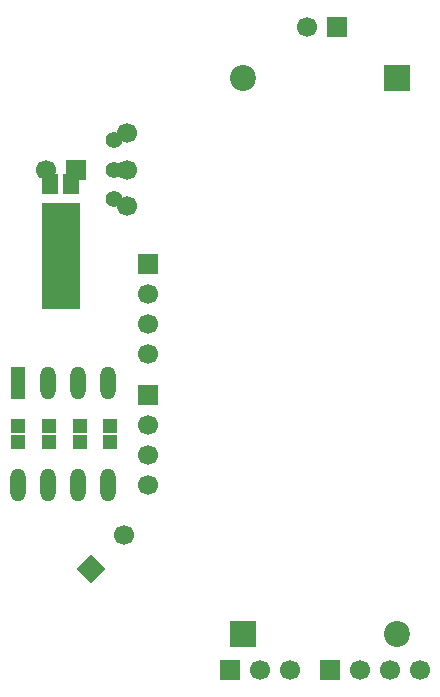
<source format=gbs>
G04 #@! TF.FileFunction,Soldermask,Bot*
%FSLAX46Y46*%
G04 Gerber Fmt 4.6, Leading zero omitted, Abs format (unit mm)*
G04 Created by KiCad (PCBNEW (after 2015-mar-04 BZR unknown)-product) date 12.05.2015 11:57:38*
%MOMM*%
G01*
G04 APERTURE LIST*
%ADD10C,0.100000*%
%ADD11R,2.200000X2.200000*%
%ADD12C,2.200000*%
%ADD13C,1.700000*%
%ADD14R,1.700000X1.700000*%
%ADD15R,1.200000X1.280000*%
%ADD16C,1.400000*%
%ADD17R,1.400000X1.800000*%
%ADD18R,3.200000X9.000000*%
%ADD19R,1.300000X2.800000*%
%ADD20O,1.300000X2.800000*%
G04 APERTURE END LIST*
D10*
D11*
X140283000Y-59481300D03*
D12*
X140283000Y-106481300D03*
D10*
G36*
X114359786Y-99786032D02*
X115561868Y-100988114D01*
X114359786Y-102190196D01*
X113157704Y-100988114D01*
X114359786Y-99786032D01*
X114359786Y-99786032D01*
G37*
D13*
X117188214Y-98159686D03*
D14*
X126100000Y-109600000D03*
D13*
X128640000Y-109600000D03*
X131180000Y-109600000D03*
D14*
X135200000Y-55100000D03*
D13*
X132660000Y-55100000D03*
D14*
X134600000Y-109600000D03*
D13*
X137140000Y-109600000D03*
X139680000Y-109600000D03*
X142220000Y-109600000D03*
D14*
X119146000Y-75214200D03*
D13*
X119146000Y-77754200D03*
X119146000Y-80294200D03*
X119146000Y-82834200D03*
D14*
X119146000Y-86301100D03*
D13*
X119146000Y-88841100D03*
X119146000Y-91381100D03*
X119146000Y-93921100D03*
D14*
X113086000Y-67200000D03*
D13*
X110546000Y-67200000D03*
X117400000Y-70300000D03*
X117400000Y-67200000D03*
X117400000Y-64100000D03*
D11*
X127195000Y-106481300D03*
D12*
X127195000Y-59481300D03*
D15*
X108200000Y-90260000D03*
X108200000Y-88940000D03*
X110800000Y-90260000D03*
X110800000Y-88940000D03*
X113400000Y-90260000D03*
X113400000Y-88940000D03*
X116000000Y-90260000D03*
X116000000Y-88940000D03*
D16*
X116304500Y-69700000D03*
X116304500Y-67200000D03*
X116304500Y-64700000D03*
D17*
X112700000Y-68400000D03*
X110900000Y-68400000D03*
D18*
X111800000Y-74500000D03*
D19*
X108190000Y-85282000D03*
D20*
X110730000Y-85282000D03*
X113270000Y-85282000D03*
X115810000Y-85282000D03*
X115810000Y-93918000D03*
X113270000Y-93918000D03*
X110730000Y-93918000D03*
X108190000Y-93918000D03*
M02*

</source>
